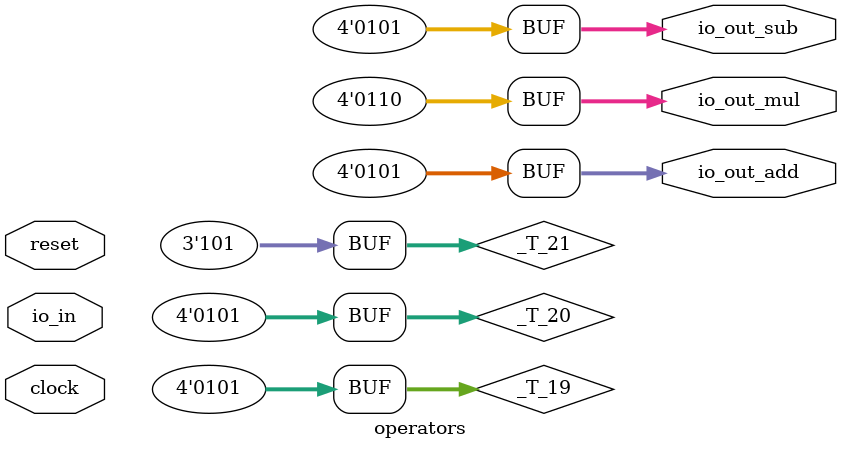
<source format=v>
module operators( // @[:@3.2]
  input        clock, // @[:@4.4]
  input        reset, // @[:@5.4]
  input  [3:0] io_in, // @[:@6.4]
  output [3:0] io_out_add, // @[:@6.4]
  output [3:0] io_out_sub, // @[:@6.4]
  output [3:0] io_out_mul // @[:@6.4]
);
  wire [3:0] _T_19; // @[combinational_logic.scala 15:21:@11.4]
  wire [3:0] _T_20; // @[combinational_logic.scala 15:21:@12.4]
  wire [2:0] _T_21; // @[combinational_logic.scala 15:21:@13.4]
  assign _T_19 = 3'h7 - 3'h2; // @[combinational_logic.scala 15:21:@11.4]
  assign _T_20 = $unsigned(_T_19); // @[combinational_logic.scala 15:21:@12.4]
  assign _T_21 = _T_20[2:0]; // @[combinational_logic.scala 15:21:@13.4]
  assign io_out_add = 4'h5; // @[combinational_logic.scala 14:14:@10.4]
  assign io_out_sub = {{1'd0}, _T_21}; // @[combinational_logic.scala 15:14:@14.4]
  assign io_out_mul = 2'h2 * 2'h3; // @[combinational_logic.scala 16:14:@16.4]
endmodule

</source>
